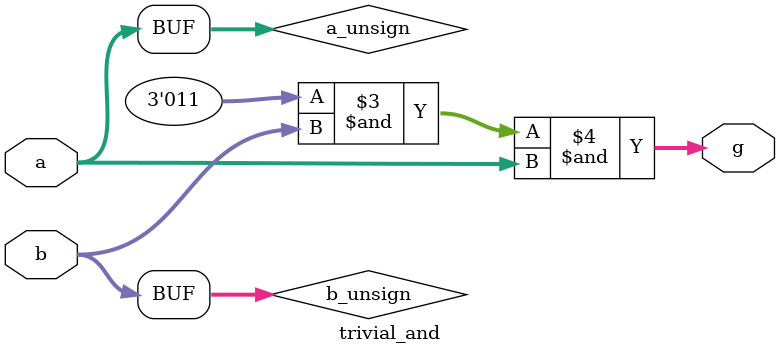
<source format=v>
module trivial_and(
   input signed [1:0] a
  ,input signed [1:0] b
  ,output reg signed [2:0] g
);
reg [1:0] b_unsign;
reg [1:0] a_unsign;
always @(*) begin
  b_unsign = b;
  a_unsign = a;
end
always @(*) begin
  g = ((3'sh3) & b_unsign & a_unsign);
end
endmodule

</source>
